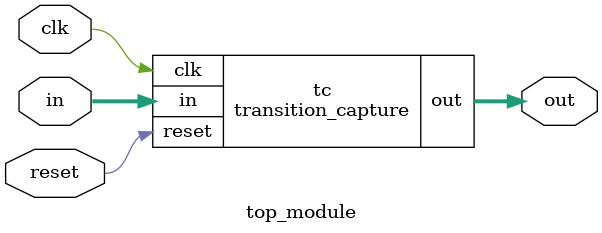
<source format=v>
module transition_capture (
    input clk,
    input reset,
    input [31:0] in,
    output reg [31:0] out
);

reg [31:0] prev_state;

always @(posedge clk) begin
    if (reset) begin
        prev_state <= 0;
        out <= 0;
    end else begin
        prev_state <= in;
        out <= prev_state & ~in;
    end
end

endmodule

module top_module (
    input clk,
    input reset,
    input [31:0] in,
    output [31:0] out
);

transition_capture tc (
    .clk(clk),
    .reset(reset),
    .in(in),
    .out(out)
);

endmodule
</source>
